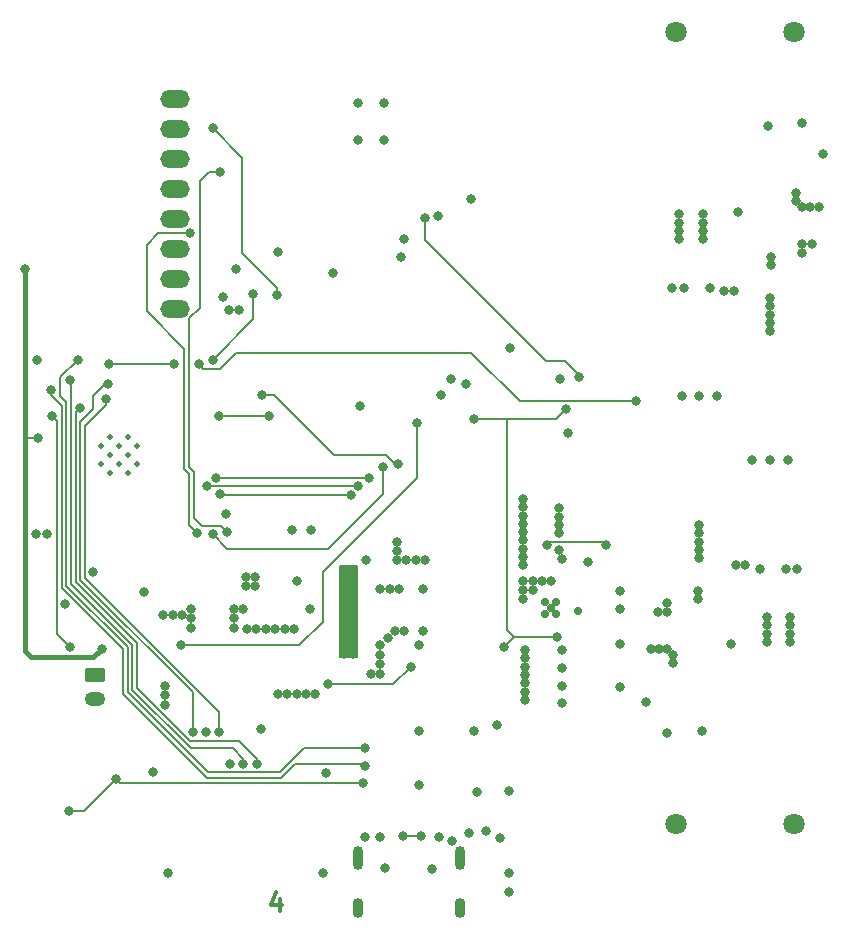
<source format=gbr>
%TF.GenerationSoftware,KiCad,Pcbnew,7.0.10*%
%TF.CreationDate,2024-02-25T16:32:58+01:00*%
%TF.ProjectId,OBSPro,4f425350-726f-42e6-9b69-6361645f7063,rev?*%
%TF.SameCoordinates,PX7270e00PY2255100*%
%TF.FileFunction,Copper,L4,Bot*%
%TF.FilePolarity,Positive*%
%FSLAX46Y46*%
G04 Gerber Fmt 4.6, Leading zero omitted, Abs format (unit mm)*
G04 Created by KiCad (PCBNEW 7.0.10) date 2024-02-25 16:32:58*
%MOMM*%
%LPD*%
G01*
G04 APERTURE LIST*
G04 Aperture macros list*
%AMRoundRect*
0 Rectangle with rounded corners*
0 $1 Rounding radius*
0 $2 $3 $4 $5 $6 $7 $8 $9 X,Y pos of 4 corners*
0 Add a 4 corners polygon primitive as box body*
4,1,4,$2,$3,$4,$5,$6,$7,$8,$9,$2,$3,0*
0 Add four circle primitives for the rounded corners*
1,1,$1+$1,$2,$3*
1,1,$1+$1,$4,$5*
1,1,$1+$1,$6,$7*
1,1,$1+$1,$8,$9*
0 Add four rect primitives between the rounded corners*
20,1,$1+$1,$2,$3,$4,$5,0*
20,1,$1+$1,$4,$5,$6,$7,0*
20,1,$1+$1,$6,$7,$8,$9,0*
20,1,$1+$1,$8,$9,$2,$3,0*%
G04 Aperture macros list end*
%ADD10C,0.300000*%
%TA.AperFunction,NonConductor*%
%ADD11C,0.300000*%
%TD*%
%TA.AperFunction,ComponentPad*%
%ADD12RoundRect,0.250000X-0.625000X0.350000X-0.625000X-0.350000X0.625000X-0.350000X0.625000X0.350000X0*%
%TD*%
%TA.AperFunction,ComponentPad*%
%ADD13O,1.750000X1.200000*%
%TD*%
%TA.AperFunction,ComponentPad*%
%ADD14O,0.900000X2.000000*%
%TD*%
%TA.AperFunction,ComponentPad*%
%ADD15O,0.900000X1.700000*%
%TD*%
%TA.AperFunction,ComponentPad*%
%ADD16O,2.500000X1.500000*%
%TD*%
%TA.AperFunction,HeatsinkPad*%
%ADD17C,0.475000*%
%TD*%
%TA.AperFunction,ComponentPad*%
%ADD18C,1.800000*%
%TD*%
%TA.AperFunction,ViaPad*%
%ADD19C,0.800000*%
%TD*%
%TA.AperFunction,ViaPad*%
%ADD20C,0.700000*%
%TD*%
%TA.AperFunction,Conductor*%
%ADD21C,0.400000*%
%TD*%
%TA.AperFunction,Conductor*%
%ADD22C,0.200000*%
%TD*%
G04 APERTURE END LIST*
D10*
D11*
X22485715Y-81878328D02*
X22485715Y-82878328D01*
X22128572Y-81306900D02*
X21771429Y-82378328D01*
X21771429Y-82378328D02*
X22700000Y-82378328D01*
D12*
%TO.P,J2,1,Pin_1*%
%TO.N,Net-(J2-Pin_1)*%
X6850000Y-62900000D03*
D13*
%TO.P,J2,2,Pin_2*%
%TO.N,GND*%
X6850000Y-64900000D03*
%TD*%
D14*
%TO.P,J1,S1,SHIELD*%
%TO.N,GND*%
X29075000Y-78410000D03*
D15*
X29075000Y-82590000D03*
D14*
X37725000Y-78410000D03*
D15*
X37725000Y-82590000D03*
%TD*%
D16*
%TO.P,J3,1,Pin_1*%
%TO.N,Net-(J3-Pin_1)*%
X13600000Y-31900000D03*
%TO.P,J3,2,Pin_2*%
%TO.N,Net-(J3-Pin_2)*%
X13600000Y-29360000D03*
%TO.P,J3,3,Pin_3*%
%TO.N,Net-(J3-Pin_3)*%
X13600000Y-26820000D03*
%TO.P,J3,4,Pin_4*%
%TO.N,Net-(J3-Pin_4)*%
X13600000Y-24280000D03*
%TO.P,J3,5,Pin_5*%
%TO.N,Net-(J3-Pin_5)*%
X13600000Y-21740000D03*
%TO.P,J3,6,Pin_6*%
%TO.N,Net-(J3-Pin_6)*%
X13600000Y-19200000D03*
%TO.P,J3,7,Pin_7*%
%TO.N,/Controller/BUTTON*%
X13600000Y-16660000D03*
%TO.P,J3,8,Pin_8*%
%TO.N,GND*%
X13600000Y-14120000D03*
%TD*%
D17*
%TO.P,U6,39,GND*%
%TO.N,GND*%
X8142500Y-45825000D03*
X9667500Y-45825000D03*
X7380000Y-45062500D03*
X8905000Y-45062500D03*
X10430000Y-45062500D03*
X8142500Y-44300000D03*
X9667500Y-44300000D03*
X7380000Y-43537500D03*
X8905000Y-43537500D03*
X10430000Y-43537500D03*
X8142500Y-42775000D03*
X9667500Y-42775000D03*
%TD*%
D18*
%TO.P,LS1,1,1*%
%TO.N,/Sensors/Ultrasonic1/INP*%
X56000000Y-75500000D03*
%TO.P,LS1,2,2*%
%TO.N,GND*%
X66000000Y-75500000D03*
%TD*%
%TO.P,LS2,1,1*%
%TO.N,/Sensors/Ultrasonic2/INP*%
X65999999Y-8500000D03*
%TO.P,LS2,2,2*%
%TO.N,GND*%
X55999999Y-8500000D03*
%TD*%
D19*
%TO.N,GND*%
X33000000Y-59200000D03*
X64000000Y-33800000D03*
X11000000Y-55900000D03*
X15000000Y-57300000D03*
X29100000Y-17600000D03*
D20*
X45900000Y-57700000D03*
D19*
X14200000Y-57800000D03*
X23700000Y-59000000D03*
X58200000Y-67600000D03*
X31800000Y-55600000D03*
X46100000Y-52300000D03*
X37100000Y-76912500D03*
X58000000Y-39300000D03*
X64000000Y-32400000D03*
X64000000Y-31700000D03*
X15000000Y-58100000D03*
X43100000Y-55700000D03*
X13000000Y-79700000D03*
X42000000Y-35200000D03*
D20*
X47750000Y-57450000D03*
D19*
X18800000Y-28500000D03*
X24700000Y-64500000D03*
X63800000Y-16400000D03*
X11750000Y-71150000D03*
X23900000Y-64500000D03*
X30200000Y-62800000D03*
X29100000Y-14500000D03*
X31000000Y-62000000D03*
X31300000Y-17600000D03*
X40900000Y-67100000D03*
X32600000Y-55600000D03*
X46100000Y-50200000D03*
X58000000Y-53000000D03*
X41900000Y-81300000D03*
X48600000Y-53300000D03*
X58900000Y-30100000D03*
X46400000Y-53100000D03*
X22300000Y-64500000D03*
X20500000Y-59000000D03*
X29700000Y-76612500D03*
X43100000Y-56500000D03*
X58000000Y-50900000D03*
X58000000Y-51600000D03*
X21300000Y-59000000D03*
X56700000Y-30100000D03*
X61300000Y-23700000D03*
X41900000Y-79700000D03*
X31000000Y-60400000D03*
X31300000Y-14500000D03*
X64000000Y-44700000D03*
X33000000Y-26000000D03*
X44700000Y-54900000D03*
X1800000Y-51000000D03*
X51300000Y-57300000D03*
D20*
X44900000Y-56700000D03*
D19*
X68500000Y-18800000D03*
X31000000Y-62800000D03*
X12800000Y-63800000D03*
X23100000Y-64500000D03*
X20900000Y-67500000D03*
X65500000Y-44700000D03*
X66700000Y-16200000D03*
X46900000Y-42400000D03*
X31600000Y-59800000D03*
X34300000Y-67600000D03*
X56500000Y-39300000D03*
X12600000Y-57800000D03*
X62500000Y-44700000D03*
X25000000Y-57300000D03*
X22100000Y-59000000D03*
D20*
X45400000Y-57200000D03*
D19*
X59500000Y-39300000D03*
X46400000Y-60800000D03*
X36100000Y-39200000D03*
X13400000Y-57800000D03*
X31000000Y-61200000D03*
D20*
X45900000Y-56700000D03*
D19*
X16200000Y-67700000D03*
X64000000Y-33100000D03*
X19400000Y-57300000D03*
X38700000Y-22600000D03*
X18600000Y-57300000D03*
X53500000Y-65200000D03*
X32200000Y-59200000D03*
X46400000Y-65300000D03*
X46400000Y-62300000D03*
X4300000Y-56900000D03*
X38240110Y-38299817D03*
X23500000Y-50600000D03*
X39900000Y-76100000D03*
X51300000Y-63900000D03*
X51300000Y-55800000D03*
X26400000Y-71200000D03*
X43100000Y-54900000D03*
X12800000Y-65400000D03*
X25500000Y-64500000D03*
X55700000Y-30100000D03*
X17900000Y-49300000D03*
X58000000Y-52300000D03*
X1900000Y-36200000D03*
X45400000Y-54900000D03*
X22900000Y-59000000D03*
X18600000Y-58900000D03*
X26100000Y-79700000D03*
X22300000Y-27075500D03*
X66300000Y-53900000D03*
X46100000Y-48800000D03*
X27000000Y-28900000D03*
X43900000Y-55700000D03*
X23900000Y-54900000D03*
X65300000Y-53900000D03*
X34300000Y-72200000D03*
X55300000Y-67800000D03*
D20*
X44900000Y-57700000D03*
D19*
X29300000Y-40100000D03*
X18600000Y-58100000D03*
X37000000Y-37800000D03*
X46100000Y-50900000D03*
X34600000Y-59200000D03*
X35844622Y-24055378D03*
X46200000Y-37800000D03*
X60700000Y-60300000D03*
X51300000Y-60300000D03*
X64000000Y-31000000D03*
X41100000Y-76700000D03*
X58000000Y-50200000D03*
X43900000Y-54900000D03*
X63100000Y-53900000D03*
X32700000Y-27500000D03*
X15000000Y-58900000D03*
X12800000Y-64600000D03*
X38500000Y-76300000D03*
X19700000Y-59000000D03*
X31000000Y-55600000D03*
X46100000Y-49500000D03*
X46400000Y-63800000D03*
X38900000Y-67600000D03*
X29800000Y-53200000D03*
X34600000Y-55600000D03*
%TO.N,+BATT*%
X2000000Y-42800000D03*
X7400000Y-60700000D03*
X21600000Y-41000000D03*
X17300000Y-41000000D03*
X900000Y-28500000D03*
%TO.N,+USB*%
X20400000Y-54600000D03*
X19600000Y-54600000D03*
X20400000Y-55400000D03*
X19600000Y-55400000D03*
X31000000Y-76612500D03*
X35400000Y-79312500D03*
X31400000Y-79212500D03*
X39200000Y-72800000D03*
X36000000Y-76612500D03*
%TO.N,+3V3*%
X17700000Y-30900000D03*
X43200000Y-64300000D03*
X18200000Y-32000000D03*
X34000000Y-53200000D03*
X43200000Y-62200000D03*
X33200000Y-53200000D03*
X43200000Y-61500000D03*
X32400000Y-51600000D03*
X18300000Y-70400000D03*
X25100000Y-50600000D03*
X41900000Y-72700000D03*
X43200000Y-63600000D03*
X2800000Y-51000000D03*
X34300000Y-60400000D03*
X34800000Y-53200000D03*
X43200000Y-60800000D03*
X19000000Y-32000000D03*
X43200000Y-65000000D03*
X43200000Y-62900000D03*
X6700000Y-54200000D03*
X32400000Y-52400000D03*
X32400000Y-53200000D03*
%TO.N,+9V*%
X54600000Y-60700000D03*
X53900000Y-60700000D03*
X43100000Y-49400000D03*
X66200000Y-22800000D03*
X43100000Y-52200000D03*
X66200000Y-22100000D03*
X43100000Y-53600000D03*
X43100000Y-50100000D03*
X50100000Y-51900000D03*
X61100000Y-53600000D03*
X45100000Y-51900000D03*
X43100000Y-50800000D03*
X55800000Y-61900000D03*
X60100000Y-30400000D03*
X61900000Y-53600000D03*
X67400000Y-23300000D03*
X66700000Y-23300000D03*
X43100000Y-48000000D03*
X55800000Y-61200000D03*
X55300000Y-60700000D03*
X43100000Y-48700000D03*
X60900000Y-30400000D03*
X43100000Y-52900000D03*
X43100000Y-51500000D03*
X68100000Y-23300000D03*
%TO.N,Net-(T1-PM)*%
X63700000Y-59400000D03*
X57900000Y-56500000D03*
X65700000Y-60100000D03*
X55300000Y-57600000D03*
X57900000Y-55800000D03*
X55300000Y-56800000D03*
X65700000Y-58000000D03*
X65700000Y-59400000D03*
X54500000Y-57600000D03*
X65700000Y-58700000D03*
X63700000Y-60100000D03*
X63700000Y-58700000D03*
X63700000Y-58000000D03*
%TO.N,Net-(T2-PM)*%
X56300000Y-23900000D03*
X56300000Y-26000000D03*
X58300000Y-26000000D03*
X58300000Y-25300000D03*
X66700000Y-27200000D03*
X56300000Y-25300000D03*
X64100000Y-27500000D03*
X64100000Y-28200000D03*
X67500000Y-26400000D03*
X56300000Y-24600000D03*
X58300000Y-24600000D03*
X66700000Y-26400000D03*
X58300000Y-23900000D03*
%TO.N,USB_DP*%
X32900000Y-76512500D03*
X34400000Y-76512500D03*
%TO.N,/Controller/BUTTON*%
X22200000Y-30700000D03*
X16800000Y-16600000D03*
%TO.N,/Controller/SCK*%
X17300000Y-67700000D03*
X7800000Y-39500000D03*
%TO.N,/Controller/MOSI*%
X4700000Y-37900000D03*
X19400000Y-70400000D03*
%TO.N,/Controller/LCD_A0*%
X15500000Y-50900000D03*
X14900000Y-25500000D03*
%TO.N,US1_SCK*%
X28500000Y-47700000D03*
X17400000Y-47600000D03*
%TO.N,/Controller/~USB_DTR*%
X4600000Y-74375000D03*
X8600000Y-71675000D03*
X29550000Y-72050000D03*
%TO.N,/Controller/GPIO0*%
X3200000Y-41000000D03*
X4700000Y-60500000D03*
%TO.N,US1_MOSI*%
X16300000Y-46900000D03*
X29100000Y-46900000D03*
%TO.N,US1_MISO*%
X30000000Y-46200000D03*
X17100000Y-46200000D03*
%TO.N,Net-(U2-VFB)*%
X26600000Y-63700000D03*
X33600000Y-62200000D03*
%TO.N,/Controller/USB_RX*%
X5375000Y-36200000D03*
X29700000Y-69100000D03*
%TO.N,/Controller/USB_TX*%
X3100000Y-38800000D03*
X29700000Y-70600000D03*
%TO.N,IP5306_BTN*%
X14100000Y-60400000D03*
X34100000Y-41600000D03*
%TO.N,/Controller/LCD_RES*%
X16800000Y-36200000D03*
X20200000Y-30600000D03*
%TO.N,US2_SCK*%
X16800000Y-51000000D03*
X31200000Y-45300000D03*
%TO.N,/Power Supply/SW*%
X28700000Y-60300000D03*
X27900000Y-60300000D03*
X28000000Y-56000000D03*
X28700000Y-61100000D03*
X28100000Y-54700000D03*
X28500000Y-54000000D03*
X27900000Y-61100000D03*
X28500000Y-55400000D03*
%TO.N,/Controller/LCD_CS*%
X18000000Y-50800000D03*
X17400000Y-20300000D03*
%TO.N,/Controller/SD_CS*%
X20530378Y-70419622D03*
X5570572Y-40292143D03*
%TO.N,/Controller/MISO*%
X7900000Y-38300000D03*
X15100000Y-67700000D03*
%TO.N,US2_MOSI*%
X21000000Y-39200000D03*
X32500000Y-45000000D03*
%TO.N,US2_MISO*%
X8000000Y-36600000D03*
X52600000Y-39700000D03*
X13500000Y-36600000D03*
X15600000Y-36600000D03*
%TO.N,PWR_EN*%
X45990734Y-59709266D03*
X46700000Y-40400000D03*
X47800000Y-37700000D03*
X34800000Y-24200000D03*
X41500000Y-60500000D03*
X38900000Y-41200000D03*
%TD*%
D21*
%TO.N,+BATT*%
X6700000Y-61400000D02*
X1400000Y-61400000D01*
X1400000Y-61400000D02*
X900000Y-60900000D01*
X900000Y-28500000D02*
X900000Y-42800000D01*
D22*
X21600000Y-41000000D02*
X17300000Y-41000000D01*
D21*
X900000Y-60900000D02*
X900000Y-42800000D01*
X7400000Y-60700000D02*
X6700000Y-61400000D01*
D22*
X2000000Y-42800000D02*
X900000Y-42800000D01*
%TO.N,+9V*%
X50100000Y-51900000D02*
X49800000Y-51600000D01*
X49800000Y-51600000D02*
X45400000Y-51600000D01*
X45400000Y-51600000D02*
X45100000Y-51900000D01*
%TO.N,USB_DP*%
X32900000Y-76512500D02*
X34400000Y-76512500D01*
%TO.N,/Controller/BUTTON*%
X19300000Y-27200000D02*
X19300000Y-19100000D01*
X19300000Y-19100000D02*
X16800000Y-16600000D01*
X22200000Y-30700000D02*
X22200000Y-30100000D01*
X22200000Y-30100000D02*
X19300000Y-27200000D01*
%TO.N,/Controller/SCK*%
X17300000Y-66000000D02*
X17300000Y-67700000D01*
X7800000Y-39500000D02*
X7800000Y-40000000D01*
X6000000Y-41800000D02*
X6000000Y-54700000D01*
X6000000Y-54700000D02*
X17300000Y-66000000D01*
X7800000Y-40000000D02*
X6000000Y-41800000D01*
%TO.N,/Controller/MOSI*%
X10000000Y-64165686D02*
X14934314Y-69100000D01*
X4700000Y-37900000D02*
X4800000Y-38000000D01*
X14934314Y-69100000D02*
X18500000Y-69100000D01*
X10000000Y-60397057D02*
X10000000Y-64165686D01*
X4800000Y-55197057D02*
X10000000Y-60397057D01*
X18500000Y-69100000D02*
X19400000Y-70000000D01*
X4800000Y-38000000D02*
X4800000Y-55197057D01*
X19400000Y-70000000D02*
X19400000Y-70400000D01*
%TO.N,/Controller/LCD_A0*%
X12200000Y-25500000D02*
X14900000Y-25500000D01*
X14400000Y-35300000D02*
X11200000Y-32100000D01*
X14400000Y-45465685D02*
X14400000Y-35300000D01*
X15500000Y-50900000D02*
X14800000Y-50200000D01*
X14800000Y-50200000D02*
X14800000Y-45865686D01*
X11200000Y-32100000D02*
X11200000Y-26500000D01*
X14800000Y-45865686D02*
X14400000Y-45465685D01*
X11200000Y-26500000D02*
X12200000Y-25500000D01*
%TO.N,US1_SCK*%
X28500000Y-47700000D02*
X17500000Y-47700000D01*
X17500000Y-47700000D02*
X17400000Y-47600000D01*
%TO.N,/Controller/~USB_DTR*%
X8975000Y-72050000D02*
X8600000Y-71675000D01*
X4600000Y-74375000D02*
X5900000Y-74375000D01*
X5900000Y-74375000D02*
X8600000Y-71675000D01*
X29550000Y-72050000D02*
X8975000Y-72050000D01*
%TO.N,/Controller/GPIO0*%
X3600000Y-41400000D02*
X3200000Y-41000000D01*
X4700000Y-60500000D02*
X3600000Y-59400000D01*
X3600000Y-59400000D02*
X3600000Y-41400000D01*
%TO.N,US1_MOSI*%
X29100000Y-46900000D02*
X16300000Y-46900000D01*
%TO.N,US1_MISO*%
X30000000Y-46200000D02*
X17100000Y-46200000D01*
%TO.N,Net-(U2-VFB)*%
X26600000Y-63700000D02*
X32100000Y-63700000D01*
X32100000Y-63700000D02*
X33600000Y-62200000D01*
%TO.N,/Controller/USB_RX*%
X3900000Y-39300000D02*
X4400000Y-39800000D01*
X22480378Y-71119622D02*
X24500000Y-69100000D01*
X3900000Y-37700000D02*
X3900000Y-39300000D01*
X5375000Y-36200000D02*
X5375000Y-36225000D01*
X9600000Y-60562743D02*
X9600000Y-64331372D01*
X24500000Y-69100000D02*
X29700000Y-69100000D01*
X5375000Y-36225000D02*
X3900000Y-37700000D01*
X16388250Y-71119622D02*
X22480378Y-71119622D01*
X4400000Y-39800000D02*
X4400000Y-55362743D01*
X4400000Y-55362743D02*
X9600000Y-60562743D01*
X9600000Y-64331372D02*
X16388250Y-71119622D01*
%TO.N,/Controller/USB_TX*%
X3100000Y-38800000D02*
X3100000Y-39200000D01*
X3100000Y-39200000D02*
X4000000Y-40100000D01*
X29500000Y-70400000D02*
X29700000Y-70600000D01*
X16302942Y-71600000D02*
X22565686Y-71600000D01*
X22565686Y-71600000D02*
X23765686Y-70400000D01*
X9200000Y-64497058D02*
X16302942Y-71600000D01*
X4000000Y-55528428D02*
X9200000Y-60728429D01*
X4000000Y-40100000D02*
X4000000Y-55528428D01*
X23765686Y-70400000D02*
X29500000Y-70400000D01*
X9200000Y-60728429D02*
X9200000Y-64497058D01*
%TO.N,IP5306_BTN*%
X26100000Y-58400000D02*
X24100000Y-60400000D01*
X24100000Y-60400000D02*
X23400000Y-60400000D01*
X26100000Y-54200000D02*
X34100000Y-46200000D01*
X26100000Y-55989950D02*
X26100000Y-58400000D01*
X34100000Y-46200000D02*
X34100000Y-41600000D01*
X14100000Y-60400000D02*
X23400000Y-60400000D01*
X26100000Y-55989950D02*
X26100000Y-54200000D01*
%TO.N,/Controller/LCD_RES*%
X16800000Y-36200000D02*
X16700000Y-36100000D01*
X20200000Y-30600000D02*
X20200000Y-32800000D01*
X20200000Y-32800000D02*
X16800000Y-36200000D01*
%TO.N,US2_SCK*%
X18000000Y-52200000D02*
X16800000Y-51000000D01*
X31200000Y-45300000D02*
X31200000Y-47600000D01*
X26600000Y-52200000D02*
X18000000Y-52200000D01*
X31200000Y-47600000D02*
X26600000Y-52200000D01*
%TO.N,/Controller/LCD_CS*%
X14800000Y-45300000D02*
X15200000Y-45700000D01*
X14800000Y-32700000D02*
X14800000Y-45300000D01*
X17400000Y-20300000D02*
X16500000Y-20300000D01*
X15700000Y-31800000D02*
X14800000Y-32700000D01*
X15200000Y-45700000D02*
X15200000Y-49575000D01*
X15925000Y-50300000D02*
X17500000Y-50300000D01*
X15700000Y-21100000D02*
X15700000Y-31800000D01*
X17500000Y-50300000D02*
X18000000Y-50800000D01*
X15200000Y-49575000D02*
X15925000Y-50300000D01*
X16500000Y-20300000D02*
X15700000Y-21100000D01*
%TO.N,/Controller/SD_CS*%
X14900000Y-68500000D02*
X10400000Y-64000000D01*
X10400000Y-60231372D02*
X5200000Y-55031372D01*
X5200000Y-40662715D02*
X5570572Y-40292143D01*
X20530378Y-70030378D02*
X19000000Y-68500000D01*
X10400000Y-64000000D02*
X10400000Y-60231372D01*
X20530378Y-70419622D02*
X20530378Y-70030378D01*
X19000000Y-68500000D02*
X14900000Y-68500000D01*
X5200000Y-55031372D02*
X5200000Y-40662715D01*
%TO.N,/Controller/MISO*%
X5600000Y-41500000D02*
X5600000Y-54865686D01*
X15100000Y-64365686D02*
X15100000Y-67700000D01*
X7900000Y-38300000D02*
X7700000Y-38300000D01*
X6700000Y-39300000D02*
X6700000Y-40400000D01*
X7700000Y-38300000D02*
X6700000Y-39300000D01*
X5600000Y-54865686D02*
X15100000Y-64365686D01*
X6700000Y-40400000D02*
X5600000Y-41500000D01*
%TO.N,Net-(J3-Pin_6)*%
X13600000Y-19200000D02*
X14300000Y-19200000D01*
%TO.N,US2_MOSI*%
X31500000Y-44300000D02*
X27100000Y-44300000D01*
X27100000Y-44300000D02*
X22000000Y-39200000D01*
X32200000Y-45000000D02*
X31500000Y-44300000D01*
X32500000Y-45000000D02*
X32200000Y-45000000D01*
X22000000Y-39200000D02*
X21000000Y-39200000D01*
%TO.N,US2_MISO*%
X42800000Y-39700000D02*
X38700000Y-35600000D01*
X15600000Y-36600000D02*
X16000000Y-37000000D01*
X52600000Y-39700000D02*
X42800000Y-39700000D01*
X38700000Y-35600000D02*
X18800000Y-35600000D01*
X17400000Y-37000000D02*
X18800000Y-35600000D01*
X16000000Y-37000000D02*
X17400000Y-37000000D01*
X8000000Y-36600000D02*
X13500000Y-36600000D01*
%TO.N,PWR_EN*%
X45990734Y-59709266D02*
X42290734Y-59709266D01*
X41700000Y-41200000D02*
X45900000Y-41200000D01*
X41400000Y-32700000D02*
X45000000Y-36300000D01*
X34800000Y-26100000D02*
X41400000Y-32700000D01*
X45000000Y-36300000D02*
X46600000Y-36300000D01*
X46600000Y-36300000D02*
X47800000Y-37500000D01*
X45900000Y-41200000D02*
X46700000Y-40400000D01*
X47800000Y-37500000D02*
X47800000Y-37700000D01*
X41700000Y-41200000D02*
X41700000Y-59118532D01*
X38900000Y-41200000D02*
X41700000Y-41200000D01*
X42290734Y-59709266D02*
X41500000Y-60500000D01*
X41700000Y-59118532D02*
X42290734Y-59709266D01*
X34800000Y-24200000D02*
X34800000Y-26100000D01*
%TD*%
%TA.AperFunction,Conductor*%
%TO.N,/Power Supply/SW*%
G36*
X29043039Y-53619685D02*
G01*
X29088794Y-53672489D01*
X29100000Y-53724000D01*
X29100000Y-61376000D01*
X29080315Y-61443039D01*
X29027511Y-61488794D01*
X28976000Y-61500000D01*
X27624000Y-61500000D01*
X27556961Y-61480315D01*
X27511206Y-61427511D01*
X27500000Y-61376000D01*
X27500000Y-53724000D01*
X27519685Y-53656961D01*
X27572489Y-53611206D01*
X27624000Y-53600000D01*
X28976000Y-53600000D01*
X29043039Y-53619685D01*
G37*
%TD.AperFunction*%
%TD*%
M02*

</source>
